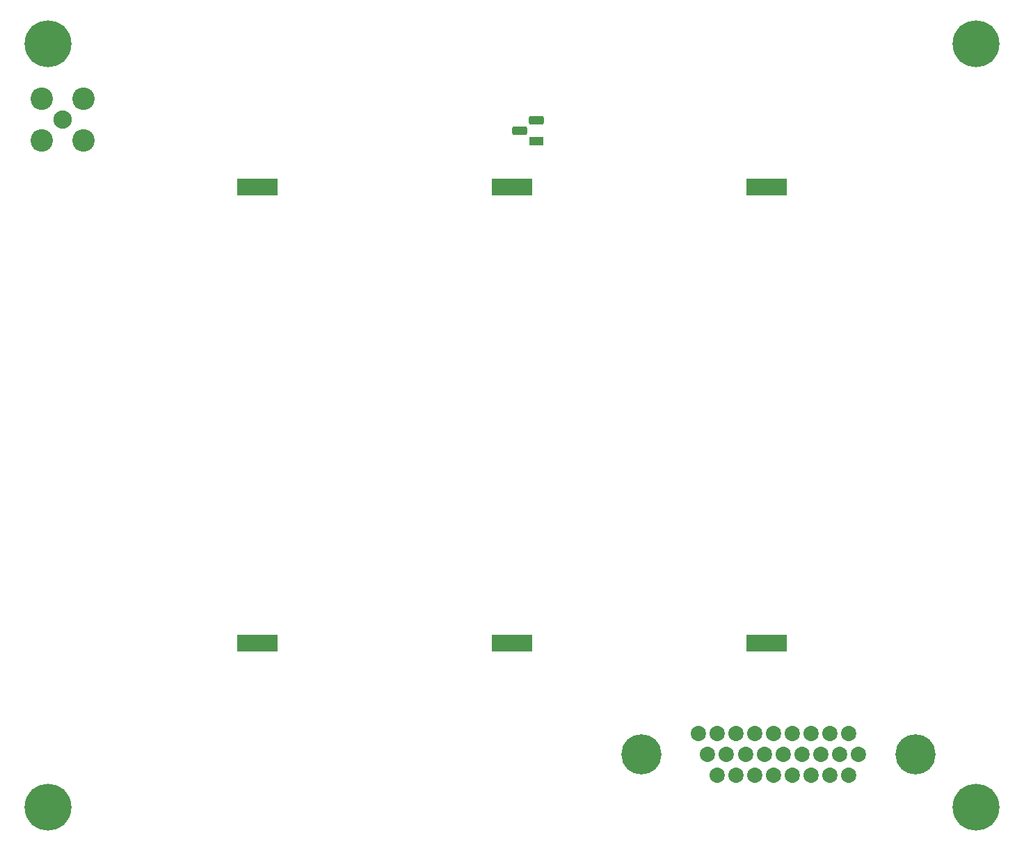
<source format=gbr>
%TF.GenerationSoftware,KiCad,Pcbnew,(6.0.2)*%
%TF.CreationDate,2023-06-26T13:18:54+02:00*%
%TF.ProjectId,LTPS_A,4c545053-5f41-42e6-9b69-6361645f7063,rev?*%
%TF.SameCoordinates,Original*%
%TF.FileFunction,Soldermask,Bot*%
%TF.FilePolarity,Negative*%
%FSLAX46Y46*%
G04 Gerber Fmt 4.6, Leading zero omitted, Abs format (unit mm)*
G04 Created by KiCad (PCBNEW (6.0.2)) date 2023-06-26 13:18:54*
%MOMM*%
%LPD*%
G01*
G04 APERTURE LIST*
G04 Aperture macros list*
%AMRoundRect*
0 Rectangle with rounded corners*
0 $1 Rounding radius*
0 $2 $3 $4 $5 $6 $7 $8 $9 X,Y pos of 4 corners*
0 Add a 4 corners polygon primitive as box body*
4,1,4,$2,$3,$4,$5,$6,$7,$8,$9,$2,$3,0*
0 Add four circle primitives for the rounded corners*
1,1,$1+$1,$2,$3*
1,1,$1+$1,$4,$5*
1,1,$1+$1,$6,$7*
1,1,$1+$1,$8,$9*
0 Add four rect primitives between the rounded corners*
20,1,$1+$1,$2,$3,$4,$5,0*
20,1,$1+$1,$4,$5,$6,$7,0*
20,1,$1+$1,$6,$7,$8,$9,0*
20,1,$1+$1,$8,$9,$2,$3,0*%
G04 Aperture macros list end*
%ADD10R,5.000000X2.000000*%
%ADD11C,3.600000*%
%ADD12C,5.700000*%
%ADD13R,1.800000X1.100000*%
%ADD14RoundRect,0.275000X0.625000X-0.275000X0.625000X0.275000X-0.625000X0.275000X-0.625000X-0.275000X0*%
%ADD15C,2.240000*%
%ADD16C,2.740000*%
%ADD17C,4.890000*%
%ADD18C,1.860000*%
G04 APERTURE END LIST*
D10*
%TO.C,G1*%
X175000000Y-58500000D03*
X175000000Y-114000000D03*
%TD*%
%TO.C,G3*%
X113010000Y-58500000D03*
X113010000Y-114000000D03*
%TD*%
D11*
%TO.C,MECH1*%
X87500000Y-134000000D03*
D12*
X87500000Y-134000000D03*
%TD*%
D11*
%TO.C,MECH3*%
X200500000Y-41000000D03*
D12*
X200500000Y-41000000D03*
%TD*%
D13*
%TO.C,N2*%
X146958000Y-52832000D03*
D14*
X144888000Y-51562000D03*
X146958000Y-50292000D03*
%TD*%
D15*
%TO.C,X1*%
X89290000Y-50290000D03*
D16*
X91830000Y-52830000D03*
X91830000Y-47750000D03*
X86750000Y-52830000D03*
X86750000Y-47750000D03*
%TD*%
D11*
%TO.C,MECH2*%
X200500000Y-134000000D03*
D12*
X200500000Y-134000000D03*
%TD*%
D17*
%TO.C,X2*%
X159752000Y-127540000D03*
X193072000Y-127540000D03*
D18*
X185000000Y-125000000D03*
X182710000Y-125000000D03*
X180420000Y-125000000D03*
X178130000Y-125000000D03*
X175840000Y-125000000D03*
X173550000Y-125000000D03*
X171260000Y-125000000D03*
X168970000Y-125000000D03*
X166680000Y-125000000D03*
X186145000Y-127540000D03*
X183855000Y-127540000D03*
X181565000Y-127540000D03*
X179275000Y-127540000D03*
X176985000Y-127540000D03*
X174695000Y-127540000D03*
X172405000Y-127540000D03*
X170115000Y-127540000D03*
X167825000Y-127540000D03*
X185000000Y-130080000D03*
X182710000Y-130080000D03*
X180420000Y-130080000D03*
X178130000Y-130080000D03*
X175840000Y-130080000D03*
X173550000Y-130080000D03*
X171260000Y-130080000D03*
X168970000Y-130080000D03*
%TD*%
D12*
%TO.C,MECH4*%
X87500000Y-41000000D03*
D11*
X87500000Y-41000000D03*
%TD*%
D10*
%TO.C,G2*%
X144000000Y-58500000D03*
X144000000Y-114000000D03*
%TD*%
M02*

</source>
